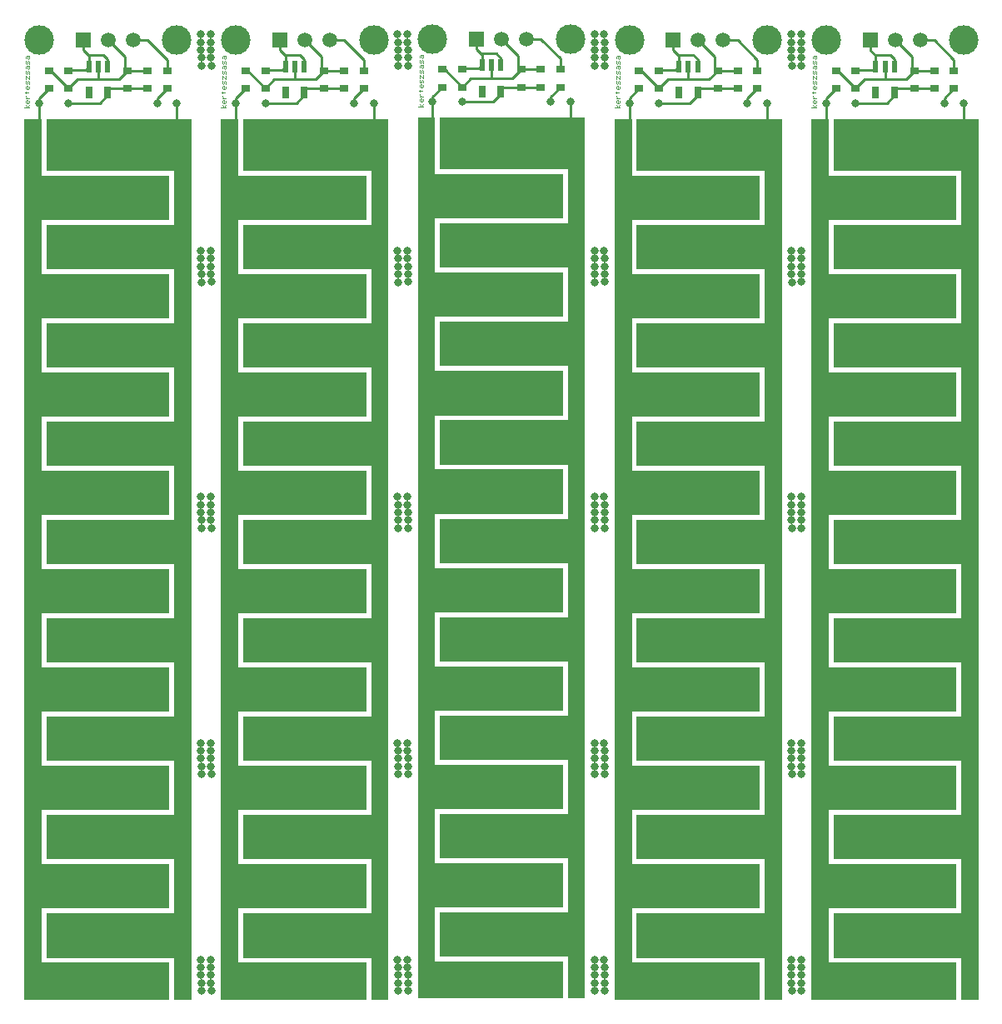
<source format=gtl>
%FSTAX24Y24*%
%MOIN*%
G70*
G01*
G75*
G04 Layer_Physical_Order=1*
G04 Layer_Color=255*
%ADD10R,0.0374X0.0315*%
%ADD11R,0.0217X0.0472*%
%ADD12R,0.0256X0.0472*%
%ADD13C,0.0100*%
%ADD14C,0.0039*%
%ADD15C,0.0591*%
%ADD16R,0.0591X0.0591*%
%ADD17C,0.1181*%
%ADD18C,0.0320*%
G36*
X089567Y050347D02*
X088878D01*
Y05202D01*
X08376D01*
Y053792D01*
X088878D01*
Y055957D01*
X08376D01*
Y057729D01*
X088878D01*
Y059894D01*
X08376D01*
Y061666D01*
X088878D01*
Y063831D01*
X08376D01*
Y065603D01*
X088878D01*
Y067768D01*
X08376D01*
Y06954D01*
X088878D01*
Y071705D01*
X08376D01*
Y073477D01*
X088878D01*
Y075642D01*
X08376D01*
Y077414D01*
X088878D01*
Y079579D01*
X08376D01*
Y081351D01*
X088878D01*
Y083516D01*
X08376D01*
Y085583D01*
X089567D01*
Y050347D01*
D02*
G37*
G36*
X099311Y083319D02*
X104429D01*
Y081548D01*
X099311D01*
Y079382D01*
X104429D01*
Y077611D01*
X099311D01*
Y075445D01*
X104429D01*
Y073674D01*
X099311D01*
Y071508D01*
X104429D01*
Y069737D01*
X099311D01*
Y067571D01*
X104429D01*
Y0658D01*
X099311D01*
Y063634D01*
X104429D01*
Y061863D01*
X099311D01*
Y059697D01*
X104429D01*
Y057926D01*
X099311D01*
Y05576D01*
X104429D01*
Y053989D01*
X099311D01*
Y051823D01*
X104429D01*
Y050347D01*
X098622D01*
Y085583D01*
X099311D01*
Y083319D01*
D02*
G37*
G36*
X083563D02*
X088681D01*
Y081548D01*
X083563D01*
Y079382D01*
X088681D01*
Y077611D01*
X083563D01*
Y075445D01*
X088681D01*
Y073674D01*
X083563D01*
Y071508D01*
X088681D01*
Y069737D01*
X083563D01*
Y067571D01*
X088681D01*
Y0658D01*
X083563D01*
Y063634D01*
X088681D01*
Y061863D01*
X083563D01*
Y059697D01*
X088681D01*
Y057926D01*
X083563D01*
Y05576D01*
X088681D01*
Y053989D01*
X083563D01*
Y051823D01*
X088681D01*
Y050347D01*
X082874D01*
Y085583D01*
X083563D01*
Y083319D01*
D02*
G37*
G36*
X075689D02*
X080807D01*
Y081548D01*
X075689D01*
Y079382D01*
X080807D01*
Y077611D01*
X075689D01*
Y075445D01*
X080807D01*
Y073674D01*
X075689D01*
Y071508D01*
X080807D01*
Y069737D01*
X075689D01*
Y067571D01*
X080807D01*
Y0658D01*
X075689D01*
Y063634D01*
X080807D01*
Y061863D01*
X075689D01*
Y059697D01*
X080807D01*
Y057926D01*
X075689D01*
Y05576D01*
X080807D01*
Y053989D01*
X075689D01*
Y051823D01*
X080807D01*
Y050347D01*
X075D01*
Y085583D01*
X075689D01*
Y083319D01*
D02*
G37*
G36*
X081693Y050347D02*
X081004D01*
Y05202D01*
X075886D01*
Y053792D01*
X081004D01*
Y055957D01*
X075886D01*
Y057729D01*
X081004D01*
Y059894D01*
X075886D01*
Y061666D01*
X081004D01*
Y063831D01*
X075886D01*
Y065603D01*
X081004D01*
Y067768D01*
X075886D01*
Y06954D01*
X081004D01*
Y071705D01*
X075886D01*
Y073477D01*
X081004D01*
Y075642D01*
X075886D01*
Y077414D01*
X081004D01*
Y079579D01*
X075886D01*
Y081351D01*
X081004D01*
Y083516D01*
X075886D01*
Y085583D01*
X081693D01*
Y050347D01*
D02*
G37*
G36*
X091437Y083366D02*
X096555D01*
Y081594D01*
X091437D01*
Y079429D01*
X096555D01*
Y077657D01*
X091437D01*
Y075492D01*
X096555D01*
Y07372D01*
X091437D01*
Y071555D01*
X096555D01*
Y069783D01*
X091437D01*
Y067618D01*
X096555D01*
Y065846D01*
X091437D01*
Y063681D01*
X096555D01*
Y061909D01*
X091437D01*
Y059744D01*
X096555D01*
Y057972D01*
X091437D01*
Y055807D01*
X096555D01*
Y054035D01*
X091437D01*
Y05187D01*
X096555D01*
Y050394D01*
X090748D01*
Y08563D01*
X091437D01*
Y083366D01*
D02*
G37*
G36*
X097441Y050394D02*
X096752D01*
Y052067D01*
X091634D01*
Y053839D01*
X096752D01*
Y056004D01*
X091634D01*
Y057776D01*
X096752D01*
Y059941D01*
X091634D01*
Y061713D01*
X096752D01*
Y063878D01*
X091634D01*
Y06565D01*
X096752D01*
Y067815D01*
X091634D01*
Y069587D01*
X096752D01*
Y071752D01*
X091634D01*
Y073524D01*
X096752D01*
Y075689D01*
X091634D01*
Y077461D01*
X096752D01*
Y079626D01*
X091634D01*
Y081398D01*
X096752D01*
Y083563D01*
X091634D01*
Y08563D01*
X097441D01*
Y050394D01*
D02*
G37*
G36*
X113189Y050347D02*
X1125D01*
Y05202D01*
X107382D01*
Y053792D01*
X1125D01*
Y055957D01*
X107382D01*
Y057729D01*
X1125D01*
Y059894D01*
X107382D01*
Y061666D01*
X1125D01*
Y063831D01*
X107382D01*
Y065603D01*
X1125D01*
Y067768D01*
X107382D01*
Y06954D01*
X1125D01*
Y071705D01*
X107382D01*
Y073477D01*
X1125D01*
Y075642D01*
X107382D01*
Y077414D01*
X1125D01*
Y079579D01*
X107382D01*
Y081351D01*
X1125D01*
Y083516D01*
X107382D01*
Y085583D01*
X113189D01*
Y050347D01*
D02*
G37*
G36*
X105315D02*
X104626D01*
Y05202D01*
X099508D01*
Y053792D01*
X104626D01*
Y055957D01*
X099508D01*
Y057729D01*
X104626D01*
Y059894D01*
X099508D01*
Y061666D01*
X104626D01*
Y063831D01*
X099508D01*
Y065603D01*
X104626D01*
Y067768D01*
X099508D01*
Y06954D01*
X104626D01*
Y071705D01*
X099508D01*
Y073477D01*
X104626D01*
Y075642D01*
X099508D01*
Y077414D01*
X104626D01*
Y079579D01*
X099508D01*
Y081351D01*
X104626D01*
Y083516D01*
X099508D01*
Y085583D01*
X105315D01*
Y050347D01*
D02*
G37*
G36*
X107185Y083319D02*
X112303D01*
Y081548D01*
X107185D01*
Y079382D01*
X112303D01*
Y077611D01*
X107185D01*
Y075445D01*
X112303D01*
Y073674D01*
X107185D01*
Y071508D01*
X112303D01*
Y069737D01*
X107185D01*
Y067571D01*
X112303D01*
Y0658D01*
X107185D01*
Y063634D01*
X112303D01*
Y061863D01*
X107185D01*
Y059697D01*
X112303D01*
Y057926D01*
X107185D01*
Y05576D01*
X112303D01*
Y053989D01*
X107185D01*
Y051823D01*
X112303D01*
Y050347D01*
X106496D01*
Y085583D01*
X107185D01*
Y083319D01*
D02*
G37*
D10*
X108268Y087512D02*
D03*
Y086804D02*
D03*
X11063D02*
D03*
Y087512D02*
D03*
X111417Y086804D02*
D03*
Y087512D02*
D03*
X10748D02*
D03*
Y086804D02*
D03*
X112205Y087512D02*
D03*
Y086804D02*
D03*
X100394Y087512D02*
D03*
Y086804D02*
D03*
X102756D02*
D03*
Y087512D02*
D03*
X103543Y086804D02*
D03*
Y087512D02*
D03*
X099606D02*
D03*
Y086804D02*
D03*
X104331Y087512D02*
D03*
Y086804D02*
D03*
X09252Y087559D02*
D03*
Y08685D02*
D03*
X094882D02*
D03*
Y087559D02*
D03*
X095669Y08685D02*
D03*
Y087559D02*
D03*
X091732D02*
D03*
Y08685D02*
D03*
X096457Y087559D02*
D03*
Y08685D02*
D03*
X084646Y087512D02*
D03*
Y086804D02*
D03*
X087008D02*
D03*
Y087512D02*
D03*
X087795Y086804D02*
D03*
Y087512D02*
D03*
X083858D02*
D03*
Y086804D02*
D03*
X088583Y087512D02*
D03*
Y086804D02*
D03*
X080709Y087512D02*
D03*
Y086804D02*
D03*
X075984Y087512D02*
D03*
Y086804D02*
D03*
X079921D02*
D03*
Y087512D02*
D03*
X079134Y086804D02*
D03*
Y087512D02*
D03*
X076772D02*
D03*
Y086804D02*
D03*
D11*
X109823Y08768D02*
D03*
X109449D02*
D03*
X109075D02*
D03*
X101949D02*
D03*
X101575D02*
D03*
X101201D02*
D03*
X094075Y087727D02*
D03*
X093701D02*
D03*
X093327D02*
D03*
X086201Y08768D02*
D03*
X085827D02*
D03*
X085453D02*
D03*
X078327D02*
D03*
X077953D02*
D03*
X077579D02*
D03*
D12*
X109075Y086635D02*
D03*
X109823D02*
D03*
X101201D02*
D03*
X101949D02*
D03*
X093327Y086682D02*
D03*
X094075D02*
D03*
X085453Y086635D02*
D03*
X086201D02*
D03*
X077579D02*
D03*
X078327D02*
D03*
D13*
X109511Y08622D02*
X109823Y086533D01*
X108268Y08622D02*
X109511D01*
X110843Y088733D02*
X111417D01*
X112205Y087945D01*
Y087512D02*
Y087945D01*
X107559Y087512D02*
X108268Y086804D01*
X10748Y087512D02*
X107559D01*
X11063Y086804D02*
X111417D01*
X11063Y087512D02*
X111417D01*
X109449Y087158D02*
Y08768D01*
Y087158D02*
X110276D01*
X108622D02*
X109449D01*
X108268Y086804D02*
X108622Y087158D01*
X110276D02*
X11063Y087512D01*
X108946Y087552D02*
X109075Y08768D01*
X108307Y087552D02*
X108946D01*
X108268Y087512D02*
X108307Y087552D01*
X107087Y08641D02*
X10748Y086804D01*
X107087Y08622D02*
Y08641D01*
X109823Y086533D02*
Y086635D01*
Y086757D01*
X109869Y086804D01*
X11063D01*
X111811Y08641D02*
X112205Y086804D01*
X111811Y08622D02*
Y08641D01*
X109075Y08768D02*
Y088107D01*
X108843Y088339D02*
X109075Y088107D01*
X108843Y088339D02*
Y088733D01*
X107087Y085485D02*
Y08622D01*
X106988Y085386D02*
X107087Y085485D01*
X112598Y085485D02*
Y08622D01*
Y085485D02*
X112598Y085485D01*
X109843Y088733D02*
X110512Y088063D01*
Y08763D02*
Y088063D01*
Y08763D02*
X11063Y087512D01*
X109075Y088142D02*
X109646D01*
X109823Y087965D01*
Y08768D02*
Y087965D01*
X101637Y08622D02*
X101949Y086533D01*
X100394Y08622D02*
X101637D01*
X102969Y088733D02*
X103543D01*
X104331Y087945D01*
Y087512D02*
Y087945D01*
X099685Y087512D02*
X100394Y086804D01*
X099606Y087512D02*
X099685D01*
X102756Y086804D02*
X103543D01*
X102756Y087512D02*
X103543D01*
X101575Y087158D02*
Y08768D01*
Y087158D02*
X102402D01*
X100748D02*
X101575D01*
X100394Y086804D02*
X100748Y087158D01*
X102402D02*
X102756Y087512D01*
X101072Y087552D02*
X101201Y08768D01*
X100433Y087552D02*
X101072D01*
X100394Y087512D02*
X100433Y087552D01*
X099213Y08641D02*
X099606Y086804D01*
X099213Y08622D02*
Y08641D01*
X101949Y086533D02*
Y086635D01*
Y086757D01*
X101995Y086804D01*
X102756D01*
X103937Y08641D02*
X104331Y086804D01*
X103937Y08622D02*
Y08641D01*
X101201Y08768D02*
Y088107D01*
X100969Y088339D02*
X101201Y088107D01*
X100969Y088339D02*
Y088733D01*
X099213Y085485D02*
Y08622D01*
X099114Y085386D02*
X099213Y085485D01*
X104724Y085485D02*
Y08622D01*
Y085485D02*
X104724Y085485D01*
X101968Y088733D02*
X102638Y088063D01*
Y08763D02*
Y088063D01*
Y08763D02*
X102756Y087512D01*
X101201Y088142D02*
X101772D01*
X101949Y087965D01*
Y08768D02*
Y087965D01*
X093763Y086267D02*
X094075Y08658D01*
X09252Y086267D02*
X093763D01*
X095094Y08878D02*
X095669D01*
X096457Y087992D01*
Y087559D02*
Y087992D01*
X091811Y087559D02*
X09252Y08685D01*
X091732Y087559D02*
X091811D01*
X094882Y08685D02*
X095669D01*
X094882Y087559D02*
X095669D01*
X093701Y087205D02*
Y087727D01*
Y087205D02*
X094528D01*
X092874D02*
X093701D01*
X09252Y08685D02*
X092874Y087205D01*
X094528D02*
X094882Y087559D01*
X093198Y087598D02*
X093327Y087727D01*
X092559Y087598D02*
X093198D01*
X09252Y087559D02*
X092559Y087598D01*
X091339Y086457D02*
X091732Y08685D01*
X091339Y086267D02*
Y086457D01*
X094075Y08658D02*
Y086682D01*
Y086804D01*
X094121Y08685D01*
X094882D01*
X096063Y086457D02*
X096457Y08685D01*
X096063Y086267D02*
Y086457D01*
X093327Y087727D02*
Y088154D01*
X093094Y088386D02*
X093327Y088154D01*
X093094Y088386D02*
Y08878D01*
X091339Y085531D02*
Y086267D01*
X09124Y085433D02*
X091339Y085531D01*
X09685Y085532D02*
Y086267D01*
Y085532D02*
X09685Y085532D01*
X094094Y08878D02*
X094764Y08811D01*
Y087677D02*
Y08811D01*
Y087677D02*
X094882Y087559D01*
X093327Y088189D02*
X093898D01*
X094075Y088012D01*
Y087727D02*
Y088012D01*
X085889Y08622D02*
X086201Y086533D01*
X084646Y08622D02*
X085889D01*
X08722Y088733D02*
X087795D01*
X088583Y087945D01*
Y087512D02*
Y087945D01*
X083937Y087512D02*
X084646Y086804D01*
X083858Y087512D02*
X083937D01*
X087008Y086804D02*
X087795D01*
X087008Y087512D02*
X087795D01*
X085827Y087158D02*
Y08768D01*
Y087158D02*
X086654D01*
X085D02*
X085827D01*
X084646Y086804D02*
X085Y087158D01*
X086654D02*
X087008Y087512D01*
X085324Y087552D02*
X085453Y08768D01*
X084685Y087552D02*
X085324D01*
X084646Y087512D02*
X084685Y087552D01*
X083465Y08641D02*
X083858Y086804D01*
X083465Y08622D02*
Y08641D01*
X086201Y086533D02*
Y086635D01*
Y086757D01*
X086247Y086804D01*
X087008D01*
X088189Y08641D02*
X088583Y086804D01*
X088189Y08622D02*
Y08641D01*
X085453Y08768D02*
Y088107D01*
X08522Y088339D02*
X085453Y088107D01*
X08522Y088339D02*
Y088733D01*
X083465Y085485D02*
Y08622D01*
X083366Y085386D02*
X083465Y085485D01*
X088976Y085485D02*
Y08622D01*
Y085485D02*
X088976Y085485D01*
X08622Y088733D02*
X08689Y088063D01*
Y08763D02*
Y088063D01*
Y08763D02*
X087008Y087512D01*
X085453Y088142D02*
X086024D01*
X086201Y087965D01*
Y08768D02*
Y087965D01*
X078327Y08768D02*
Y087965D01*
X07815Y088142D02*
X078327Y087965D01*
X077579Y088142D02*
X07815D01*
X079016Y08763D02*
X079134Y087512D01*
X079016Y08763D02*
Y088063D01*
X078346Y088733D02*
X079016Y088063D01*
X081102Y085485D02*
X081102Y085485D01*
X081102Y085485D02*
Y08622D01*
X075492Y085386D02*
X075591Y085485D01*
Y08622D01*
X077346Y088339D02*
Y088733D01*
Y088339D02*
X077579Y088107D01*
Y08768D02*
Y088107D01*
X080315Y08622D02*
Y08641D01*
X080709Y086804D01*
X078373Y086804D02*
X079134D01*
X078327Y086757D02*
X078373Y086804D01*
X078327Y086635D02*
Y086757D01*
Y086533D02*
Y086635D01*
X075591Y08622D02*
Y08641D01*
X075984Y086804D01*
X076772Y087512D02*
X076811Y087552D01*
X07745D01*
X077579Y08768D01*
X07878Y087158D02*
X079134Y087512D01*
X076772Y086804D02*
X077126Y087158D01*
X077953D01*
X07878D01*
X077953D02*
Y08768D01*
X079134Y087512D02*
X079921D01*
X079134Y086804D02*
X079921D01*
X075984Y087512D02*
X076063D01*
X076772Y086804D01*
X080709Y087512D02*
Y087945D01*
X079921Y088733D02*
X080709Y087945D01*
X079346Y088733D02*
X079921D01*
X076772Y08622D02*
X078015D01*
X078327Y086533D01*
D14*
X106693Y086024D02*
X106496D01*
X106627D02*
X106562Y086122D01*
X106627Y086024D02*
X106693Y086122D01*
Y086319D02*
Y086253D01*
X10666Y08622D01*
X106595D01*
X106562Y086253D01*
Y086319D01*
X106595Y086352D01*
X106627D01*
Y08622D01*
X106562Y086417D02*
X106693D01*
X106627D01*
X106595Y08645D01*
X106562Y086483D01*
Y086516D01*
X106529Y086647D02*
X106562D01*
Y086614D01*
Y08668D01*
Y086647D01*
X10666D01*
X106693Y08668D01*
Y086876D02*
Y086811D01*
X10666Y086778D01*
X106595D01*
X106562Y086811D01*
Y086876D01*
X106595Y086909D01*
X106627D01*
Y086778D01*
X106693Y086975D02*
Y087073D01*
X10666Y087106D01*
X106627Y087073D01*
Y087008D01*
X106595Y086975D01*
X106562Y087008D01*
Y087106D01*
Y087172D02*
Y087303D01*
X106693Y087172D01*
Y087303D01*
Y087368D02*
Y087467D01*
X10666Y0875D01*
X106627Y087467D01*
Y087401D01*
X106595Y087368D01*
X106562Y087401D01*
Y0875D01*
Y087598D02*
Y087664D01*
X106595Y087696D01*
X106693D01*
Y087598D01*
X10666Y087565D01*
X106627Y087598D01*
Y087696D01*
X106693Y087762D02*
Y08786D01*
X10666Y087893D01*
X106627Y08786D01*
Y087795D01*
X106595Y087762D01*
X106562Y087795D01*
Y087893D01*
Y087991D02*
Y088057D01*
X106595Y08809D01*
X106693D01*
Y087991D01*
X10666Y087959D01*
X106627Y087991D01*
Y08809D01*
X098819Y086024D02*
X098622D01*
X098753D02*
X098688Y086122D01*
X098753Y086024D02*
X098819Y086122D01*
Y086319D02*
Y086253D01*
X098786Y08622D01*
X098721D01*
X098688Y086253D01*
Y086319D01*
X098721Y086352D01*
X098753D01*
Y08622D01*
X098688Y086417D02*
X098819D01*
X098753D01*
X098721Y08645D01*
X098688Y086483D01*
Y086516D01*
X098655Y086647D02*
X098688D01*
Y086614D01*
Y08668D01*
Y086647D01*
X098786D01*
X098819Y08668D01*
Y086876D02*
Y086811D01*
X098786Y086778D01*
X098721D01*
X098688Y086811D01*
Y086876D01*
X098721Y086909D01*
X098753D01*
Y086778D01*
X098819Y086975D02*
Y087073D01*
X098786Y087106D01*
X098753Y087073D01*
Y087008D01*
X098721Y086975D01*
X098688Y087008D01*
Y087106D01*
Y087172D02*
Y087303D01*
X098819Y087172D01*
Y087303D01*
Y087368D02*
Y087467D01*
X098786Y0875D01*
X098753Y087467D01*
Y087401D01*
X098721Y087368D01*
X098688Y087401D01*
Y0875D01*
Y087598D02*
Y087664D01*
X098721Y087696D01*
X098819D01*
Y087598D01*
X098786Y087565D01*
X098753Y087598D01*
Y087696D01*
X098819Y087762D02*
Y08786D01*
X098786Y087893D01*
X098753Y08786D01*
Y087795D01*
X098721Y087762D01*
X098688Y087795D01*
Y087893D01*
Y087991D02*
Y088057D01*
X098721Y08809D01*
X098819D01*
Y087991D01*
X098786Y087959D01*
X098753Y087991D01*
Y08809D01*
X090945Y08607D02*
X090748D01*
X090879D02*
X090814Y086169D01*
X090879Y08607D02*
X090945Y086169D01*
Y086366D02*
Y0863D01*
X090912Y086267D01*
X090846D01*
X090814Y0863D01*
Y086366D01*
X090846Y086398D01*
X090879D01*
Y086267D01*
X090814Y086464D02*
X090945D01*
X090879D01*
X090846Y086497D01*
X090814Y08653D01*
Y086562D01*
X090781Y086694D02*
X090814D01*
Y086661D01*
Y086726D01*
Y086694D01*
X090912D01*
X090945Y086726D01*
Y086923D02*
Y086858D01*
X090912Y086825D01*
X090846D01*
X090814Y086858D01*
Y086923D01*
X090846Y086956D01*
X090879D01*
Y086825D01*
X090945Y087022D02*
Y08712D01*
X090912Y087153D01*
X090879Y08712D01*
Y087054D01*
X090846Y087022D01*
X090814Y087054D01*
Y087153D01*
Y087218D02*
Y08735D01*
X090945Y087218D01*
Y08735D01*
Y087415D02*
Y087514D01*
X090912Y087546D01*
X090879Y087514D01*
Y087448D01*
X090846Y087415D01*
X090814Y087448D01*
Y087546D01*
Y087645D02*
Y08771D01*
X090846Y087743D01*
X090945D01*
Y087645D01*
X090912Y087612D01*
X090879Y087645D01*
Y087743D01*
X090945Y087809D02*
Y087907D01*
X090912Y08794D01*
X090879Y087907D01*
Y087842D01*
X090846Y087809D01*
X090814Y087842D01*
Y08794D01*
Y088038D02*
Y088104D01*
X090846Y088137D01*
X090945D01*
Y088038D01*
X090912Y088006D01*
X090879Y088038D01*
Y088137D01*
X083071Y086024D02*
X082874D01*
X083005D02*
X08294Y086122D01*
X083005Y086024D02*
X083071Y086122D01*
Y086319D02*
Y086253D01*
X083038Y08622D01*
X082972D01*
X08294Y086253D01*
Y086319D01*
X082972Y086352D01*
X083005D01*
Y08622D01*
X08294Y086417D02*
X083071D01*
X083005D01*
X082972Y08645D01*
X08294Y086483D01*
Y086516D01*
X082907Y086647D02*
X08294D01*
Y086614D01*
Y08668D01*
Y086647D01*
X083038D01*
X083071Y08668D01*
Y086876D02*
Y086811D01*
X083038Y086778D01*
X082972D01*
X08294Y086811D01*
Y086876D01*
X082972Y086909D01*
X083005D01*
Y086778D01*
X083071Y086975D02*
Y087073D01*
X083038Y087106D01*
X083005Y087073D01*
Y087008D01*
X082972Y086975D01*
X08294Y087008D01*
Y087106D01*
Y087172D02*
Y087303D01*
X083071Y087172D01*
Y087303D01*
Y087368D02*
Y087467D01*
X083038Y0875D01*
X083005Y087467D01*
Y087401D01*
X082972Y087368D01*
X08294Y087401D01*
Y0875D01*
Y087598D02*
Y087664D01*
X082972Y087696D01*
X083071D01*
Y087598D01*
X083038Y087565D01*
X083005Y087598D01*
Y087696D01*
X083071Y087762D02*
Y08786D01*
X083038Y087893D01*
X083005Y08786D01*
Y087795D01*
X082972Y087762D01*
X08294Y087795D01*
Y087893D01*
Y087991D02*
Y088057D01*
X082972Y08809D01*
X083071D01*
Y087991D01*
X083038Y087959D01*
X083005Y087991D01*
Y08809D01*
X075197Y086024D02*
X075D01*
X075131D02*
X075066Y086122D01*
X075131Y086024D02*
X075197Y086122D01*
Y086319D02*
Y086253D01*
X075164Y08622D01*
X075098D01*
X075066Y086253D01*
Y086319D01*
X075098Y086352D01*
X075131D01*
Y08622D01*
X075066Y086417D02*
X075197D01*
X075131D01*
X075098Y08645D01*
X075066Y086483D01*
Y086516D01*
X075033Y086647D02*
X075066D01*
Y086614D01*
Y08668D01*
Y086647D01*
X075164D01*
X075197Y08668D01*
Y086876D02*
Y086811D01*
X075164Y086778D01*
X075098D01*
X075066Y086811D01*
Y086876D01*
X075098Y086909D01*
X075131D01*
Y086778D01*
X075197Y086975D02*
Y087073D01*
X075164Y087106D01*
X075131Y087073D01*
Y087008D01*
X075098Y086975D01*
X075066Y087008D01*
Y087106D01*
Y087172D02*
Y087303D01*
X075197Y087172D01*
Y087303D01*
Y087368D02*
Y087467D01*
X075164Y0875D01*
X075131Y087467D01*
Y087401D01*
X075098Y087368D01*
X075066Y087401D01*
Y0875D01*
Y087598D02*
Y087664D01*
X075098Y087696D01*
X075197D01*
Y087598D01*
X075164Y087565D01*
X075131Y087598D01*
Y087696D01*
X075197Y087762D02*
Y08786D01*
X075164Y087893D01*
X075131Y08786D01*
Y087795D01*
X075098Y087762D01*
X075066Y087795D01*
Y087893D01*
Y087991D02*
Y088057D01*
X075098Y08809D01*
X075197D01*
Y087991D01*
X075164Y087959D01*
X075131Y087991D01*
Y08809D01*
D15*
X110843Y088733D02*
D03*
X109843D02*
D03*
X102969D02*
D03*
X101968D02*
D03*
X095094Y08878D02*
D03*
X094094D02*
D03*
X08722Y088733D02*
D03*
X08622D02*
D03*
X079346D02*
D03*
X078346D02*
D03*
D16*
X108843D02*
D03*
X100969D02*
D03*
X093094Y08878D02*
D03*
X08522Y088733D02*
D03*
X077346D02*
D03*
D17*
X107087D02*
D03*
X112598D02*
D03*
X099213D02*
D03*
X104724D02*
D03*
X091339Y08878D02*
D03*
X09685D02*
D03*
X083465Y088733D02*
D03*
X088976D02*
D03*
X081102D02*
D03*
X075591D02*
D03*
D18*
X108268Y08622D02*
D03*
X111811D02*
D03*
X107087D02*
D03*
X112598D02*
D03*
X100394D02*
D03*
X103937D02*
D03*
X099213D02*
D03*
X104724D02*
D03*
X09252Y086267D02*
D03*
X096063D02*
D03*
X091339D02*
D03*
X09685D02*
D03*
X084646Y08622D02*
D03*
X088189D02*
D03*
X083465D02*
D03*
X088976D02*
D03*
X081102D02*
D03*
X075591D02*
D03*
X080315D02*
D03*
X082087Y0692D02*
D03*
X082071Y070145D02*
D03*
X082075Y069835D02*
D03*
X082079Y069525D02*
D03*
X082464Y070145D02*
D03*
X082468Y069835D02*
D03*
X082472Y069525D02*
D03*
X082476Y069215D02*
D03*
X082067Y070455D02*
D03*
X08246D02*
D03*
X089961Y0692D02*
D03*
X089945Y070145D02*
D03*
X089949Y069835D02*
D03*
X089953Y069525D02*
D03*
X090338Y070145D02*
D03*
X090342Y069835D02*
D03*
X090346Y069525D02*
D03*
X09035Y069215D02*
D03*
X089941Y070455D02*
D03*
X090334D02*
D03*
X097835Y0692D02*
D03*
X097819Y070145D02*
D03*
X097823Y069835D02*
D03*
X097827Y069525D02*
D03*
X098212Y070145D02*
D03*
X098216Y069835D02*
D03*
X09822Y069525D02*
D03*
X098224Y069215D02*
D03*
X097815Y070455D02*
D03*
X098208D02*
D03*
X105709Y0692D02*
D03*
X105693Y070145D02*
D03*
X105697Y069835D02*
D03*
X105701Y069525D02*
D03*
X106086Y070145D02*
D03*
X10609Y069835D02*
D03*
X106094Y069525D02*
D03*
X106098Y069215D02*
D03*
X105689Y070455D02*
D03*
X106082D02*
D03*
X082087Y050696D02*
D03*
X082071Y051641D02*
D03*
X082075Y051331D02*
D03*
X082079Y051021D02*
D03*
X082464Y051641D02*
D03*
X082468Y051331D02*
D03*
X082472Y051021D02*
D03*
X082476Y050711D02*
D03*
X082067Y051951D02*
D03*
X08246D02*
D03*
X097835Y050696D02*
D03*
X097819Y051641D02*
D03*
X097823Y051331D02*
D03*
X097827Y051021D02*
D03*
X098212Y051641D02*
D03*
X098216Y051331D02*
D03*
X09822Y051021D02*
D03*
X098224Y050711D02*
D03*
X097815Y051951D02*
D03*
X098208D02*
D03*
X105709Y050696D02*
D03*
X105693Y051641D02*
D03*
X105697Y051331D02*
D03*
X105701Y051021D02*
D03*
X106086Y051641D02*
D03*
X10609Y051331D02*
D03*
X106094Y051021D02*
D03*
X106098Y050711D02*
D03*
X105689Y051951D02*
D03*
X106082D02*
D03*
X089961Y050696D02*
D03*
X089945Y051641D02*
D03*
X089949Y051331D02*
D03*
X089953Y051021D02*
D03*
X090338Y051641D02*
D03*
X090342Y051331D02*
D03*
X090346Y051021D02*
D03*
X09035Y050711D02*
D03*
X089941Y051951D02*
D03*
X090334D02*
D03*
X082087Y087704D02*
D03*
X082071Y088649D02*
D03*
X082075Y088339D02*
D03*
X082079Y088029D02*
D03*
X082464Y088649D02*
D03*
X082468Y088339D02*
D03*
X082472Y088029D02*
D03*
X082476Y087719D02*
D03*
X082067Y088959D02*
D03*
X08246D02*
D03*
X089961Y087704D02*
D03*
X089945Y088649D02*
D03*
X089949Y088339D02*
D03*
X089953Y088029D02*
D03*
X090338Y088649D02*
D03*
X090342Y088339D02*
D03*
X090346Y088029D02*
D03*
X09035Y087719D02*
D03*
X089941Y088959D02*
D03*
X090334D02*
D03*
X097835Y087704D02*
D03*
X097819Y088649D02*
D03*
X097823Y088339D02*
D03*
X097827Y088029D02*
D03*
X098212Y088649D02*
D03*
X098216Y088339D02*
D03*
X09822Y088029D02*
D03*
X098224Y087719D02*
D03*
X097815Y088959D02*
D03*
X098208D02*
D03*
X105709Y087704D02*
D03*
X105693Y088649D02*
D03*
X105697Y088339D02*
D03*
X105701Y088029D02*
D03*
X106086Y088649D02*
D03*
X10609Y088339D02*
D03*
X106094Y088029D02*
D03*
X106098Y087719D02*
D03*
X105689Y088959D02*
D03*
X106082D02*
D03*
X08246Y080298D02*
D03*
X082067D02*
D03*
X082476Y079058D02*
D03*
X082472Y079368D02*
D03*
X082468Y079678D02*
D03*
X082464Y079988D02*
D03*
X082079Y079368D02*
D03*
X082075Y079678D02*
D03*
X082071Y079988D02*
D03*
X082087Y079043D02*
D03*
X090334Y080298D02*
D03*
X089941D02*
D03*
X09035Y079058D02*
D03*
X090346Y079368D02*
D03*
X090342Y079678D02*
D03*
X090338Y079988D02*
D03*
X089953Y079368D02*
D03*
X089949Y079678D02*
D03*
X089945Y079988D02*
D03*
X089961Y079043D02*
D03*
X098208Y080298D02*
D03*
X097815D02*
D03*
X098224Y079058D02*
D03*
X09822Y079368D02*
D03*
X098216Y079678D02*
D03*
X098212Y079988D02*
D03*
X097827Y079368D02*
D03*
X097823Y079678D02*
D03*
X097819Y079988D02*
D03*
X097835Y079043D02*
D03*
X106082Y080298D02*
D03*
X105689D02*
D03*
X106098Y079058D02*
D03*
X106094Y079368D02*
D03*
X10609Y079678D02*
D03*
X106086Y079988D02*
D03*
X105701Y079368D02*
D03*
X105697Y079678D02*
D03*
X105693Y079988D02*
D03*
X105709Y079043D02*
D03*
X08246Y051951D02*
D03*
X082067D02*
D03*
X082476Y050711D02*
D03*
X082472Y051021D02*
D03*
X082468Y051331D02*
D03*
X082464Y051641D02*
D03*
X082079Y051021D02*
D03*
X082075Y051331D02*
D03*
X082071Y051641D02*
D03*
X082087Y050696D02*
D03*
X090334Y051951D02*
D03*
X089941D02*
D03*
X09035Y050711D02*
D03*
X090346Y051021D02*
D03*
X090342Y051331D02*
D03*
X090338Y051641D02*
D03*
X089953Y051021D02*
D03*
X089949Y051331D02*
D03*
X089945Y051641D02*
D03*
X089961Y050696D02*
D03*
X082087Y059358D02*
D03*
X082071Y060303D02*
D03*
X082075Y059993D02*
D03*
X082079Y059683D02*
D03*
X082464Y060303D02*
D03*
X082468Y059993D02*
D03*
X082472Y059683D02*
D03*
X082476Y059373D02*
D03*
X082067Y060613D02*
D03*
X08246D02*
D03*
X089961Y059358D02*
D03*
X089945Y060303D02*
D03*
X089949Y059993D02*
D03*
X089953Y059683D02*
D03*
X090338Y060303D02*
D03*
X090342Y059993D02*
D03*
X090346Y059683D02*
D03*
X09035Y059373D02*
D03*
X089941Y060613D02*
D03*
X090334D02*
D03*
X097835Y059358D02*
D03*
X097819Y060303D02*
D03*
X097823Y059993D02*
D03*
X097827Y059683D02*
D03*
X098212Y060303D02*
D03*
X098216Y059993D02*
D03*
X09822Y059683D02*
D03*
X098224Y059373D02*
D03*
X097815Y060613D02*
D03*
X098208D02*
D03*
X105709Y059358D02*
D03*
X105693Y060303D02*
D03*
X105697Y059993D02*
D03*
X105701Y059683D02*
D03*
X106086Y060303D02*
D03*
X10609Y059993D02*
D03*
X106094Y059683D02*
D03*
X106098Y059373D02*
D03*
X105689Y060613D02*
D03*
X106082D02*
D03*
X076772Y08622D02*
D03*
M02*

</source>
